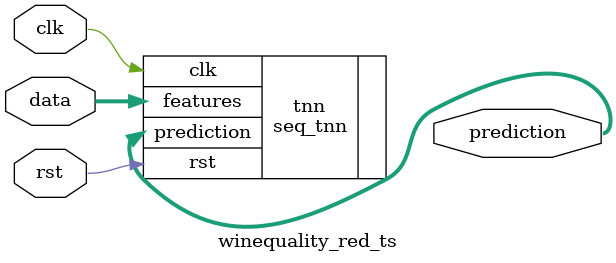
<source format=v>












module winequality_red_ts #(

parameter FEAT_CNT = 11,
parameter HIDDEN_CNT = 40,
parameter FEAT_BITS = 4,
parameter CLASS_CNT = 6,
parameter TEST_CNT = 5




  ) (
  input clk,
  input rst,
  input [FEAT_CNT*FEAT_BITS-1:0] data,
  output [$clog2(CLASS_CNT)-1:0] prediction
  );

  seq_tnn #(
      .FEAT_CNT(FEAT_CNT),.FEAT_BITS(FEAT_BITS),.HIDDEN_CNT(HIDDEN_CNT),.CLASS_CNT(CLASS_CNT),
  .SPARSE_VALS(440'b00000000010001000100001100110110101110100000110011001011000000000000110000000010100011011100011001100001101010101000000000000000110000100000010001100001100010100001100010000000000000101001010000001010100001000000011000110101111000001001000101010100100001110110001000000100011000110000000100000010101110001000100100000011010100000000010000100001001000101000000010000100001000000100101000000000010100000000000101011100101100100101001011000000),
  .MASK(440'b11000101110001000101111100110110111110101010111011111111100000110110110110001110100011011111111011101001101111101111000111000010110000101000010111100001110110101011100110000010011001111011010001001110111111010101111011110101111000101001100111010111101101110111001101011110011100111000110100111010101110001010101110011011010111000000010110110101111000101011001110101110101011010101111010101111011100010101100111011100111101101111001111100001),
  .NONZERO_CNT(640'h09060405080804070806050606080704070707070407060808060a05050608050807060806020707),
  .SPARSE_VALS2(71'b11111010010011110001001011010000111010010110011001101111011010010001010),  // Bits of not-zeroes
  .COL_INDICES(568'h2523211e190e0d0c08060400252421201f1d1916140f0e0c0b070302010027222120170c06012321190e0d0c0908040100231d1c0d0b0a0905271e1d1c1a171612110c04030200), // Column of non-zeros
  .ROW_PTRS(56'h473b2921160e00) // Column of non-zeros // Start indices per row
      ) tnn (
    .clk(clk),
    .rst(rst),
    .features(data),
    .prediction(prediction)
  );

endmodule

</source>
